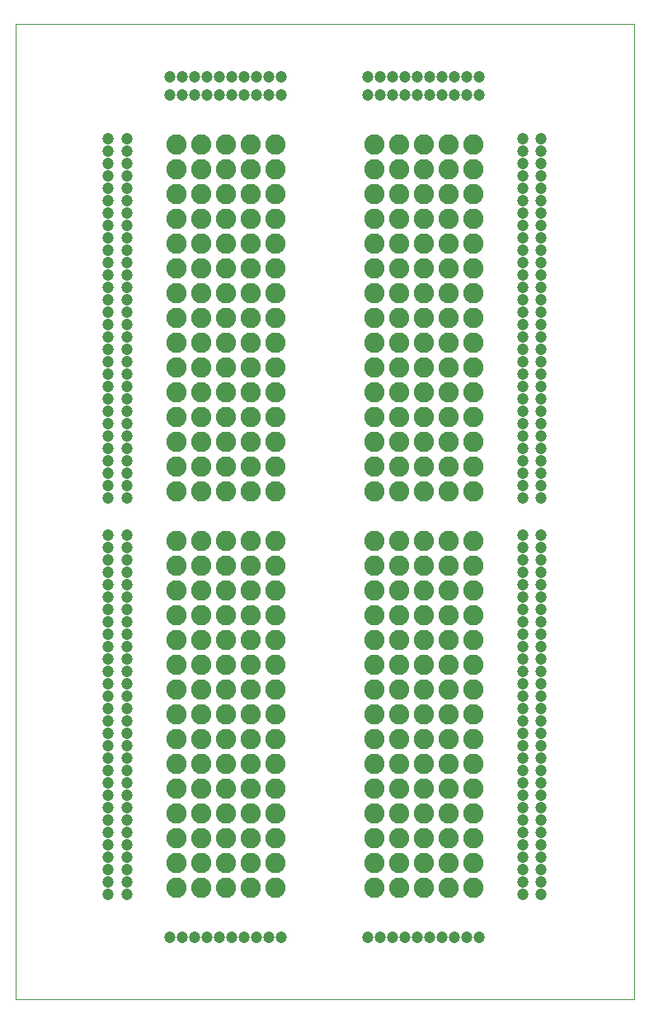
<source format=gts>
G75*
%MOIN*%
%OFA0B0*%
%FSLAX25Y25*%
%IPPOS*%
%LPD*%
%AMOC8*
5,1,8,0,0,1.08239X$1,22.5*
%
%ADD10C,0.00000*%
%ADD11C,0.08200*%
%ADD12C,0.04737*%
D10*
X0001000Y0002650D02*
X0001000Y0396351D01*
X0250921Y0396351D01*
X0250921Y0002650D01*
X0001000Y0002650D01*
D11*
X0066000Y0047650D03*
X0066000Y0057650D03*
X0066000Y0067650D03*
X0066000Y0077650D03*
X0066000Y0087650D03*
X0066000Y0097650D03*
X0066000Y0107650D03*
X0066000Y0117650D03*
X0066000Y0127650D03*
X0066000Y0137650D03*
X0066000Y0147650D03*
X0066000Y0157650D03*
X0066000Y0167650D03*
X0066000Y0177650D03*
X0066000Y0187650D03*
X0076000Y0187650D03*
X0076000Y0177650D03*
X0076000Y0167650D03*
X0076000Y0157650D03*
X0076000Y0147650D03*
X0076000Y0137650D03*
X0076000Y0127650D03*
X0076000Y0117650D03*
X0076000Y0107650D03*
X0076000Y0097650D03*
X0076000Y0087650D03*
X0076000Y0077650D03*
X0076000Y0067650D03*
X0076000Y0057650D03*
X0076000Y0047650D03*
X0086000Y0047650D03*
X0086000Y0057650D03*
X0086000Y0067650D03*
X0086000Y0077650D03*
X0086000Y0087650D03*
X0086000Y0097650D03*
X0086000Y0107650D03*
X0086000Y0117650D03*
X0086000Y0127650D03*
X0086000Y0137650D03*
X0086000Y0147650D03*
X0086000Y0157650D03*
X0086000Y0167650D03*
X0086000Y0177650D03*
X0086000Y0187650D03*
X0096000Y0187650D03*
X0096000Y0177650D03*
X0096000Y0167650D03*
X0096000Y0157650D03*
X0096000Y0147650D03*
X0096000Y0137650D03*
X0096000Y0127650D03*
X0096000Y0117650D03*
X0096000Y0107650D03*
X0096000Y0097650D03*
X0096000Y0087650D03*
X0096000Y0077650D03*
X0096000Y0067650D03*
X0096000Y0057650D03*
X0096000Y0047650D03*
X0106000Y0047650D03*
X0106000Y0057650D03*
X0106000Y0067650D03*
X0106000Y0077650D03*
X0106000Y0087650D03*
X0106000Y0097650D03*
X0106000Y0107650D03*
X0106000Y0117650D03*
X0106000Y0127650D03*
X0106000Y0137650D03*
X0106000Y0147650D03*
X0106000Y0157650D03*
X0106000Y0167650D03*
X0106000Y0177650D03*
X0106000Y0187650D03*
X0106000Y0207650D03*
X0106000Y0217650D03*
X0106000Y0227650D03*
X0106000Y0237650D03*
X0106000Y0247650D03*
X0106000Y0257650D03*
X0106000Y0267650D03*
X0106000Y0277650D03*
X0106000Y0287650D03*
X0106000Y0297650D03*
X0106000Y0307650D03*
X0106000Y0317650D03*
X0106000Y0327650D03*
X0106000Y0337650D03*
X0106000Y0347650D03*
X0096000Y0347650D03*
X0096000Y0337650D03*
X0096000Y0327650D03*
X0096000Y0317650D03*
X0096000Y0307650D03*
X0096000Y0297650D03*
X0096000Y0287650D03*
X0096000Y0277650D03*
X0096000Y0267650D03*
X0096000Y0257650D03*
X0096000Y0247650D03*
X0096000Y0237650D03*
X0096000Y0227650D03*
X0096000Y0217650D03*
X0096000Y0207650D03*
X0086000Y0207650D03*
X0086000Y0217650D03*
X0086000Y0227650D03*
X0086000Y0237650D03*
X0086000Y0247650D03*
X0086000Y0257650D03*
X0086000Y0267650D03*
X0086000Y0277650D03*
X0086000Y0287650D03*
X0086000Y0297650D03*
X0086000Y0307650D03*
X0086000Y0317650D03*
X0086000Y0327650D03*
X0086000Y0337650D03*
X0086000Y0347650D03*
X0076000Y0347650D03*
X0076000Y0337650D03*
X0076000Y0327650D03*
X0076000Y0317650D03*
X0076000Y0307650D03*
X0076000Y0297650D03*
X0076000Y0287650D03*
X0076000Y0277650D03*
X0076000Y0267650D03*
X0076000Y0257650D03*
X0076000Y0247650D03*
X0076000Y0237650D03*
X0076000Y0227650D03*
X0076000Y0217650D03*
X0076000Y0207650D03*
X0066000Y0207650D03*
X0066000Y0217650D03*
X0066000Y0227650D03*
X0066000Y0237650D03*
X0066000Y0247650D03*
X0066000Y0257650D03*
X0066000Y0267650D03*
X0066000Y0277650D03*
X0066000Y0287650D03*
X0066000Y0297650D03*
X0066000Y0307650D03*
X0066000Y0317650D03*
X0066000Y0327650D03*
X0066000Y0337650D03*
X0066000Y0347650D03*
X0146000Y0347650D03*
X0146000Y0337650D03*
X0146000Y0327650D03*
X0146000Y0317650D03*
X0146000Y0307650D03*
X0146000Y0297650D03*
X0146000Y0287650D03*
X0146000Y0277650D03*
X0146000Y0267650D03*
X0146000Y0257650D03*
X0146000Y0247650D03*
X0146000Y0237650D03*
X0146000Y0227650D03*
X0146000Y0217650D03*
X0146000Y0207650D03*
X0156000Y0207650D03*
X0156000Y0217650D03*
X0156000Y0227650D03*
X0156000Y0237650D03*
X0156000Y0247650D03*
X0156000Y0257650D03*
X0156000Y0267650D03*
X0156000Y0277650D03*
X0156000Y0287650D03*
X0156000Y0297650D03*
X0156000Y0307650D03*
X0156000Y0317650D03*
X0156000Y0327650D03*
X0156000Y0337650D03*
X0156000Y0347650D03*
X0166000Y0347650D03*
X0166000Y0337650D03*
X0166000Y0327650D03*
X0166000Y0317650D03*
X0166000Y0307650D03*
X0166000Y0297650D03*
X0166000Y0287650D03*
X0166000Y0277650D03*
X0166000Y0267650D03*
X0166000Y0257650D03*
X0166000Y0247650D03*
X0166000Y0237650D03*
X0166000Y0227650D03*
X0166000Y0217650D03*
X0166000Y0207650D03*
X0176000Y0207650D03*
X0176000Y0217650D03*
X0176000Y0227650D03*
X0176000Y0237650D03*
X0176000Y0247650D03*
X0176000Y0257650D03*
X0176000Y0267650D03*
X0176000Y0277650D03*
X0176000Y0287650D03*
X0176000Y0297650D03*
X0176000Y0307650D03*
X0176000Y0317650D03*
X0176000Y0327650D03*
X0176000Y0337650D03*
X0176000Y0347650D03*
X0186000Y0347650D03*
X0186000Y0337650D03*
X0186000Y0327650D03*
X0186000Y0317650D03*
X0186000Y0307650D03*
X0186000Y0297650D03*
X0186000Y0287650D03*
X0186000Y0277650D03*
X0186000Y0267650D03*
X0186000Y0257650D03*
X0186000Y0247650D03*
X0186000Y0237650D03*
X0186000Y0227650D03*
X0186000Y0217650D03*
X0186000Y0207650D03*
X0186000Y0187650D03*
X0186000Y0177650D03*
X0186000Y0167650D03*
X0186000Y0157650D03*
X0186000Y0147650D03*
X0186000Y0137650D03*
X0186000Y0127650D03*
X0186000Y0117650D03*
X0186000Y0107650D03*
X0186000Y0097650D03*
X0186000Y0087650D03*
X0186000Y0077650D03*
X0186000Y0067650D03*
X0186000Y0057650D03*
X0186000Y0047650D03*
X0176000Y0047650D03*
X0176000Y0057650D03*
X0176000Y0067650D03*
X0176000Y0077650D03*
X0176000Y0087650D03*
X0176000Y0097650D03*
X0176000Y0107650D03*
X0176000Y0117650D03*
X0176000Y0127650D03*
X0176000Y0137650D03*
X0176000Y0147650D03*
X0176000Y0157650D03*
X0176000Y0167650D03*
X0176000Y0177650D03*
X0176000Y0187650D03*
X0166000Y0187650D03*
X0166000Y0177650D03*
X0166000Y0167650D03*
X0166000Y0157650D03*
X0166000Y0147650D03*
X0166000Y0137650D03*
X0166000Y0127650D03*
X0166000Y0117650D03*
X0166000Y0107650D03*
X0166000Y0097650D03*
X0166000Y0087650D03*
X0166000Y0077650D03*
X0166000Y0067650D03*
X0166000Y0057650D03*
X0166000Y0047650D03*
X0156000Y0047650D03*
X0156000Y0057650D03*
X0156000Y0067650D03*
X0156000Y0077650D03*
X0156000Y0087650D03*
X0156000Y0097650D03*
X0156000Y0107650D03*
X0156000Y0117650D03*
X0156000Y0127650D03*
X0156000Y0137650D03*
X0156000Y0147650D03*
X0156000Y0157650D03*
X0156000Y0167650D03*
X0156000Y0177650D03*
X0156000Y0187650D03*
X0146000Y0187650D03*
X0146000Y0177650D03*
X0146000Y0167650D03*
X0146000Y0157650D03*
X0146000Y0147650D03*
X0146000Y0137650D03*
X0146000Y0127650D03*
X0146000Y0117650D03*
X0146000Y0107650D03*
X0146000Y0097650D03*
X0146000Y0087650D03*
X0146000Y0077650D03*
X0146000Y0067650D03*
X0146000Y0057650D03*
X0146000Y0047650D03*
D12*
X0143500Y0027650D03*
X0148500Y0027650D03*
X0153500Y0027650D03*
X0158500Y0027650D03*
X0163500Y0027650D03*
X0168500Y0027650D03*
X0173500Y0027650D03*
X0178500Y0027650D03*
X0183500Y0027650D03*
X0188500Y0027650D03*
X0206000Y0045150D03*
X0206000Y0050150D03*
X0206000Y0055150D03*
X0206000Y0060150D03*
X0206000Y0065150D03*
X0206000Y0070150D03*
X0206000Y0075150D03*
X0206000Y0080150D03*
X0206000Y0085150D03*
X0206000Y0090150D03*
X0206000Y0095150D03*
X0206000Y0100150D03*
X0206000Y0105150D03*
X0206000Y0110150D03*
X0206000Y0115150D03*
X0206000Y0120150D03*
X0206000Y0125150D03*
X0206000Y0130150D03*
X0206000Y0135150D03*
X0206000Y0140150D03*
X0206000Y0145150D03*
X0206000Y0150150D03*
X0206000Y0155150D03*
X0206000Y0160150D03*
X0206000Y0165150D03*
X0206000Y0170150D03*
X0206000Y0175150D03*
X0206000Y0180150D03*
X0206000Y0185150D03*
X0206000Y0190150D03*
X0213500Y0190150D03*
X0213500Y0185150D03*
X0213500Y0180150D03*
X0213500Y0175150D03*
X0213500Y0170150D03*
X0213500Y0165150D03*
X0213500Y0160150D03*
X0213500Y0155150D03*
X0213500Y0150150D03*
X0213500Y0145150D03*
X0213500Y0140150D03*
X0213500Y0135150D03*
X0213500Y0130150D03*
X0213500Y0125150D03*
X0213500Y0120150D03*
X0213500Y0115150D03*
X0213500Y0110150D03*
X0213500Y0105150D03*
X0213500Y0100150D03*
X0213500Y0095150D03*
X0213500Y0090150D03*
X0213500Y0085150D03*
X0213500Y0080150D03*
X0213500Y0075150D03*
X0213500Y0070150D03*
X0213500Y0065150D03*
X0213500Y0060150D03*
X0213500Y0055150D03*
X0213500Y0050150D03*
X0213500Y0045150D03*
X0213500Y0205150D03*
X0213500Y0210150D03*
X0213500Y0215150D03*
X0213500Y0220150D03*
X0213500Y0225150D03*
X0213500Y0230150D03*
X0213500Y0235150D03*
X0213500Y0240150D03*
X0213500Y0245150D03*
X0213500Y0250150D03*
X0213500Y0255150D03*
X0213500Y0260150D03*
X0213500Y0265150D03*
X0213500Y0270150D03*
X0213500Y0275150D03*
X0213500Y0280150D03*
X0213500Y0285150D03*
X0213500Y0290150D03*
X0213500Y0295150D03*
X0213500Y0300150D03*
X0213500Y0305150D03*
X0213500Y0310150D03*
X0213500Y0315150D03*
X0213500Y0320150D03*
X0213500Y0325150D03*
X0213500Y0330150D03*
X0213500Y0335150D03*
X0213500Y0340150D03*
X0213500Y0345150D03*
X0213500Y0350150D03*
X0206000Y0350150D03*
X0206000Y0345150D03*
X0206000Y0340150D03*
X0206000Y0335150D03*
X0206000Y0330150D03*
X0206000Y0325150D03*
X0206000Y0320150D03*
X0206000Y0315150D03*
X0206000Y0310150D03*
X0206000Y0305150D03*
X0206000Y0300150D03*
X0206000Y0295150D03*
X0206000Y0290150D03*
X0206000Y0285150D03*
X0206000Y0280150D03*
X0206000Y0275150D03*
X0206000Y0270150D03*
X0206000Y0265150D03*
X0206000Y0260150D03*
X0206000Y0255150D03*
X0206000Y0250150D03*
X0206000Y0245150D03*
X0206000Y0240150D03*
X0206000Y0235150D03*
X0206000Y0230150D03*
X0206000Y0225150D03*
X0206000Y0220150D03*
X0206000Y0215150D03*
X0206000Y0210150D03*
X0206000Y0205150D03*
X0188500Y0367650D03*
X0183500Y0367650D03*
X0178500Y0367650D03*
X0173500Y0367650D03*
X0168500Y0367650D03*
X0163500Y0367650D03*
X0158500Y0367650D03*
X0153500Y0367650D03*
X0148500Y0367650D03*
X0143500Y0367650D03*
X0143500Y0375150D03*
X0148500Y0375150D03*
X0153500Y0375150D03*
X0158500Y0375150D03*
X0163500Y0375150D03*
X0168500Y0375150D03*
X0173500Y0375150D03*
X0178500Y0375150D03*
X0183500Y0375150D03*
X0188500Y0375150D03*
X0108500Y0375150D03*
X0103500Y0375150D03*
X0098500Y0375150D03*
X0093500Y0375150D03*
X0088500Y0375150D03*
X0083500Y0375150D03*
X0078500Y0375150D03*
X0073500Y0375150D03*
X0068500Y0375150D03*
X0063500Y0375150D03*
X0063500Y0367650D03*
X0068500Y0367650D03*
X0073500Y0367650D03*
X0078500Y0367650D03*
X0083500Y0367650D03*
X0088500Y0367650D03*
X0093500Y0367650D03*
X0098500Y0367650D03*
X0103500Y0367650D03*
X0108500Y0367650D03*
X0046000Y0350150D03*
X0046000Y0345150D03*
X0046000Y0340150D03*
X0046000Y0335150D03*
X0046000Y0330150D03*
X0046000Y0325150D03*
X0046000Y0320150D03*
X0046000Y0315150D03*
X0046000Y0310150D03*
X0046000Y0305150D03*
X0046000Y0300150D03*
X0046000Y0295150D03*
X0046000Y0290150D03*
X0046000Y0285150D03*
X0046000Y0280150D03*
X0046000Y0275150D03*
X0046000Y0270150D03*
X0046000Y0265150D03*
X0046000Y0260150D03*
X0046000Y0255150D03*
X0046000Y0250150D03*
X0046000Y0245150D03*
X0046000Y0240150D03*
X0046000Y0235150D03*
X0046000Y0230150D03*
X0046000Y0225150D03*
X0046000Y0220150D03*
X0046000Y0215150D03*
X0046000Y0210150D03*
X0046000Y0205150D03*
X0038500Y0205150D03*
X0038500Y0210150D03*
X0038500Y0215150D03*
X0038500Y0220150D03*
X0038500Y0225150D03*
X0038500Y0230150D03*
X0038500Y0235150D03*
X0038500Y0240150D03*
X0038500Y0245150D03*
X0038500Y0250150D03*
X0038500Y0255150D03*
X0038500Y0260150D03*
X0038500Y0265150D03*
X0038500Y0270150D03*
X0038500Y0275150D03*
X0038500Y0280150D03*
X0038500Y0285150D03*
X0038500Y0290150D03*
X0038500Y0295150D03*
X0038500Y0300150D03*
X0038500Y0305150D03*
X0038500Y0310150D03*
X0038500Y0315150D03*
X0038500Y0320150D03*
X0038500Y0325150D03*
X0038500Y0330150D03*
X0038500Y0335150D03*
X0038500Y0340150D03*
X0038500Y0345150D03*
X0038500Y0350150D03*
X0038500Y0190150D03*
X0038500Y0185150D03*
X0038500Y0180150D03*
X0038500Y0175150D03*
X0038500Y0170150D03*
X0038500Y0165150D03*
X0038500Y0160150D03*
X0038500Y0155150D03*
X0038500Y0150150D03*
X0038500Y0145150D03*
X0038500Y0140150D03*
X0038500Y0135150D03*
X0038500Y0130150D03*
X0038500Y0125150D03*
X0038500Y0120150D03*
X0038500Y0115150D03*
X0038500Y0110150D03*
X0038500Y0105150D03*
X0038500Y0100150D03*
X0038500Y0095150D03*
X0038500Y0090150D03*
X0038500Y0085150D03*
X0038500Y0080150D03*
X0038500Y0075150D03*
X0038500Y0070150D03*
X0038500Y0065150D03*
X0038500Y0060150D03*
X0038500Y0055150D03*
X0038500Y0050150D03*
X0038500Y0045150D03*
X0046000Y0045150D03*
X0046000Y0050150D03*
X0046000Y0055150D03*
X0046000Y0060150D03*
X0046000Y0065150D03*
X0046000Y0070150D03*
X0046000Y0075150D03*
X0046000Y0080150D03*
X0046000Y0085150D03*
X0046000Y0090150D03*
X0046000Y0095150D03*
X0046000Y0100150D03*
X0046000Y0105150D03*
X0046000Y0110150D03*
X0046000Y0115150D03*
X0046000Y0120150D03*
X0046000Y0125150D03*
X0046000Y0130150D03*
X0046000Y0135150D03*
X0046000Y0140150D03*
X0046000Y0145150D03*
X0046000Y0150150D03*
X0046000Y0155150D03*
X0046000Y0160150D03*
X0046000Y0165150D03*
X0046000Y0170150D03*
X0046000Y0175150D03*
X0046000Y0180150D03*
X0046000Y0185150D03*
X0046000Y0190150D03*
X0063500Y0027650D03*
X0068500Y0027650D03*
X0073500Y0027650D03*
X0078500Y0027650D03*
X0083500Y0027650D03*
X0088500Y0027650D03*
X0093500Y0027650D03*
X0098500Y0027650D03*
X0103500Y0027650D03*
X0108500Y0027650D03*
M02*

</source>
